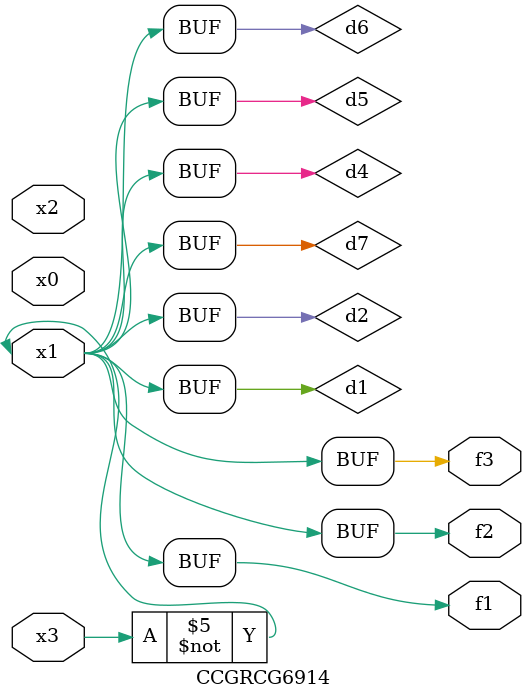
<source format=v>
module CCGRCG6914(
	input x0, x1, x2, x3,
	output f1, f2, f3
);

	wire d1, d2, d3, d4, d5, d6, d7;

	not (d1, x3);
	buf (d2, x1);
	xnor (d3, d1, d2);
	nor (d4, d1);
	buf (d5, d1, d2);
	buf (d6, d4, d5);
	nand (d7, d4);
	assign f1 = d6;
	assign f2 = d7;
	assign f3 = d6;
endmodule

</source>
